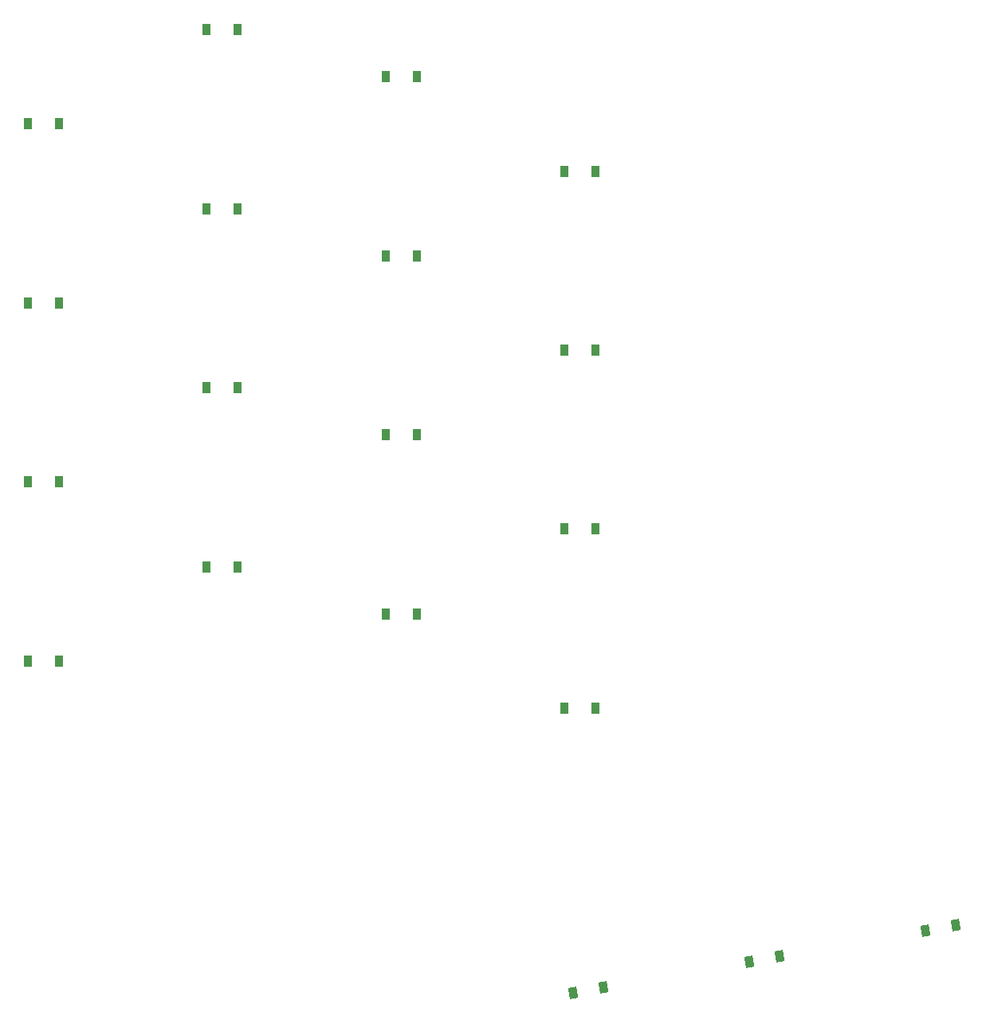
<source format=gbr>
%TF.GenerationSoftware,KiCad,Pcbnew,(6.0.4)*%
%TF.CreationDate,2022-07-19T16:53:05+02:00*%
%TF.ProjectId,macropad_routed_rounded_jlc,6d616372-6f70-4616-945f-726f75746564,v1.0.0*%
%TF.SameCoordinates,Original*%
%TF.FileFunction,Paste,Top*%
%TF.FilePolarity,Positive*%
%FSLAX46Y46*%
G04 Gerber Fmt 4.6, Leading zero omitted, Abs format (unit mm)*
G04 Created by KiCad (PCBNEW (6.0.4)) date 2022-07-19 16:53:05*
%MOMM*%
%LPD*%
G01*
G04 APERTURE LIST*
G04 Aperture macros list*
%AMRotRect*
0 Rectangle, with rotation*
0 The origin of the aperture is its center*
0 $1 length*
0 $2 width*
0 $3 Rotation angle, in degrees counterclockwise*
0 Add horizontal line*
21,1,$1,$2,0,0,$3*%
G04 Aperture macros list end*
%ADD10R,0.900000X1.200000*%
%ADD11RotRect,0.900000X1.200000X10.000000*%
G04 APERTURE END LIST*
D10*
%TO.C,D1*%
X69488250Y-135100000D03*
X72788250Y-135100000D03*
%TD*%
%TO.C,D16*%
X126488250Y-83100000D03*
X129788250Y-83100000D03*
%TD*%
%TO.C,D10*%
X107488250Y-111100000D03*
X110788250Y-111100000D03*
%TD*%
%TO.C,D6*%
X88488250Y-106100000D03*
X91788250Y-106100000D03*
%TD*%
%TO.C,D8*%
X88488250Y-68100000D03*
X91788250Y-68100000D03*
%TD*%
%TO.C,D7*%
X88488250Y-87100000D03*
X91788250Y-87100000D03*
%TD*%
D11*
%TO.C,D19*%
X164804253Y-163711927D03*
X168054119Y-163138889D03*
%TD*%
D10*
%TO.C,D15*%
X126488250Y-102100000D03*
X129788250Y-102100000D03*
%TD*%
%TO.C,D14*%
X126488250Y-121100000D03*
X129788250Y-121100000D03*
%TD*%
%TO.C,D4*%
X69488250Y-78100000D03*
X72788250Y-78100000D03*
%TD*%
%TO.C,D5*%
X88488250Y-125100000D03*
X91788250Y-125100000D03*
%TD*%
%TO.C,D12*%
X107488250Y-73100000D03*
X110788250Y-73100000D03*
%TD*%
D11*
%TO.C,D17*%
X127381558Y-170310558D03*
X130631424Y-169737520D03*
%TD*%
D10*
%TO.C,D3*%
X69488250Y-97100000D03*
X72788250Y-97100000D03*
%TD*%
%TO.C,D13*%
X126488250Y-140100000D03*
X129788250Y-140100000D03*
%TD*%
%TO.C,D11*%
X107488250Y-92100000D03*
X110788250Y-92100000D03*
%TD*%
%TO.C,D2*%
X69488250Y-116100000D03*
X72788250Y-116100000D03*
%TD*%
%TO.C,D9*%
X107488250Y-130100000D03*
X110788250Y-130100000D03*
%TD*%
D11*
%TO.C,D18*%
X146092905Y-167011242D03*
X149342771Y-166438204D03*
%TD*%
M02*

</source>
